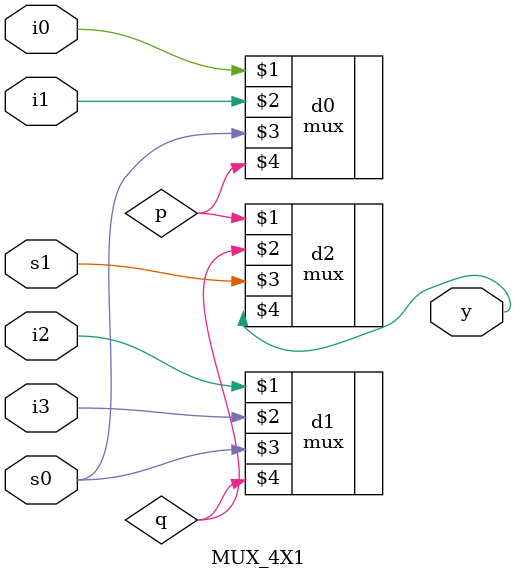
<source format=v>
`timescale 1ns / 1ps


module MUX_4X1(
    input i0,
    input i1,
    input i2,
    input i3,
    input s1,
    input s0,
    output y
    );
    wire p,q;
    mux d0(i0,i1,s0,p);
    mux d1(i2,i3,s0,q);
    mux d2(p,q,s1,y);
endmodule

</source>
